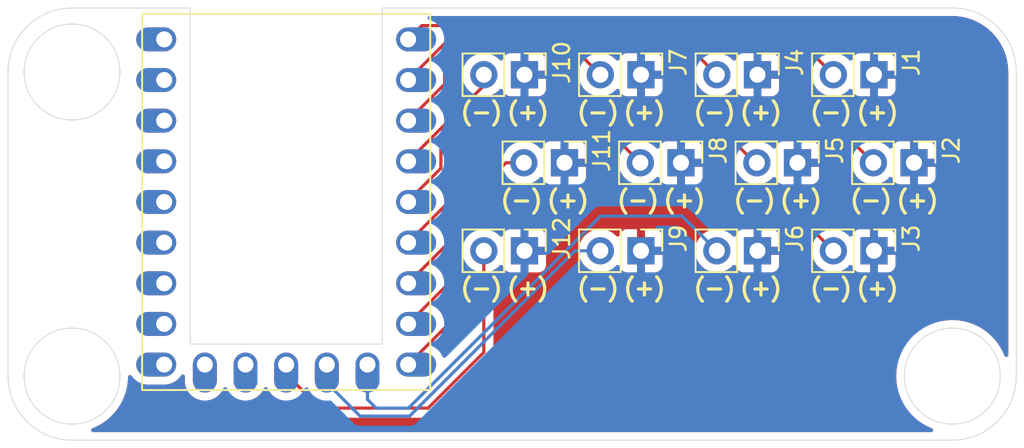
<source format=kicad_pcb>
(kicad_pcb (version 20240108) (generator "pcbnew") (generator_version "8.0")
  (layers (0 "F.Cu" signal) (31 "B.Cu" signal) (34 "B.Paste" user) (35 "F.Paste" user) (36 "B.SilkS" user "B.Silkscreen") (37 "F.SilkS" user "F.Silkscreen") (38 "B.Mask" user) (39 "F.Mask" user) (44 "Edge.Cuts" user))
  (net 0 "")
  (net 1 "I")
  (net 2 "GND")
  (net 3 "J")
  (net 4 "K")
  (net 5 "L")
  (net 6 "E")
  (net 7 "F")
  (net 8 "G")
  (net 9 "H")
  (net 10 "A")
  (net 11 "B")
  (net 12 "C")
  (net 13 "D")
  (footprint "FightPad_Library:PinHeader_1x02_P2.54mm_Vertical" (layer "F.Cu") (at 143.32 73.7625 -90)
    (property "Reference" "J6" (at 0.9 -6.6 90) (layer "F.SilkS"))
    (property "Value" "Conn_01x02_Socket" (hide yes))
    (fp_line (start 0.34 -0.4) (end 3 -0.4) (stroke (width 0.12)) (layer "F.SilkS"))
    (fp_line (start 0.34 -3) (end 0.34 -0.4) (stroke (width 0.12)) (layer "F.SilkS"))
    (fp_line (start 0.34 -3) (end 3 -3) (stroke (width 0.12)) (layer "F.SilkS"))
    (fp_line (start 3 -3) (end 3 -0.4) (stroke (width 0.12)) (layer "F.SilkS"))
    (fp_line (start 0.34 -4.27) (end 0.34 -5.6) (stroke (width 0.12)) (layer "F.SilkS"))
    (fp_line (start 0.34 -5.6) (end 1.67 -5.6) (stroke (width 0.12)) (layer "F.SilkS"))
    (fp_text user "(+)" (at 4.57 -3.07 0) (layer "F.SilkS") (effects (font (thickness 0.2) (bold yes)) (justify left bottom)))
    (fp_text user "(-)" (at 4.57 -0.17 0) (layer "F.SilkS") (effects (font (thickness 0.2) (bold yes)) (justify left bottom)))
    (pad "1" thru_hole rect (at 1.67 -4.27 270) (size 1.7 1.7) (drill 1) (layers "*.Cu" "*.Mask") (net 2 "GND"))
    (pad "2" thru_hole oval (at 1.67 -1.73 270) (size 1.7 1.7) (drill 1) (layers "*.Cu" "*.Mask") (net 3 "J"))
  )
  (footprint "FightPad_Library:rp2040-zero-tht" (layer "F.Cu") (at 118.14 72.3825)
    (property "Reference" "U1" (hide yes))
    (property "Value" "rp2040-zero" (hide yes))
    (fp_rect (start -9 -11.75) (end 9 11.75) (stroke (width 0.12)) (fill none) (layer "F.SilkS"))
    (pad "1" thru_hole oval (at 7.62 -10.16 180) (size 2.5 1.5) (drill 1 (offset -0.5 0)) (layers "*.Cu" "*.Mask") (net 10 "A"))
    (pad "2" thru_hole oval (at 7.62 -7.62 180) (size 2.5 1.5) (drill 1 (offset -0.5 0)) (layers "*.Cu" "*.Mask") (net 11 "B"))
    (pad "3" thru_hole oval (at 7.62 -5.08 180) (size 2.5 1.5) (drill 1 (offset -0.5 0)) (layers "*.Cu" "*.Mask") (net 12 "C"))
    (pad "4" thru_hole oval (at 7.62 -2.54 180) (size 2.5 1.5) (drill 1 (offset -0.5 0)) (layers "*.Cu" "*.Mask") (net 13 "D"))
    (pad "5" thru_hole oval (at 7.62 0 180) (size 2.5 1.5) (drill 1 (offset -0.5 0)) (layers "*.Cu" "*.Mask") (net 6 "E"))
    (pad "6" thru_hole oval (at 7.62 2.54 180) (size 2.5 1.5) (drill 1 (offset -0.5 0)) (layers "*.Cu" "*.Mask") (net 7 "F"))
    (pad "7" thru_hole oval (at 7.62 5.08 180) (size 2.5 1.5) (drill 1 (offset -0.5 0)) (layers "*.Cu" "*.Mask") (net 8 "G"))
    (pad "8" thru_hole oval (at 7.62 7.62 180) (size 2.5 1.5) (drill 1 (offset -0.5 0)) (layers "*.Cu" "*.Mask") (net 9 "H"))
    (pad "9" thru_hole oval (at 7.62 10.16 180) (size 2.5 1.5) (drill 1 (offset -0.5 0)) (layers "*.Cu" "*.Mask") (net 1 "I"))
    (pad "10" thru_hole oval (at 5.08 10.16 90) (size 2.5 1.5) (drill 1 (offset -0.5 0)) (layers "*.Cu" "*.Mask") (net 3 "J"))
    (pad "11" thru_hole oval (at 2.54 10.16 90) (size 2.5 1.5) (drill 1 (offset -0.5 0)) (layers "*.Cu" "*.Mask") (net 4 "K"))
    (pad "12" thru_hole oval (at 0 10.16 90) (size 2.5 1.5) (drill 1 (offset -0.5 0)) (layers "*.Cu" "*.Mask") (net 5 "L"))
    (pad "13" thru_hole oval (at -2.54 10.16 90) (size 2.5 1.5) (drill 1 (offset -0.5 0)) (layers "*.Cu" "*.Mask"))
    (pad "14" thru_hole oval (at -5.08 10.16 90) (size 2.5 1.5) (drill 1 (offset -0.5 0)) (layers "*.Cu" "*.Mask"))
    (pad "15" thru_hole oval (at -7.62 10.16) (size 2.5 1.5) (drill 1 (offset -0.5 0)) (layers "*.Cu" "*.Mask"))
    (pad "16" thru_hole oval (at -7.62 7.62) (size 2.5 1.5) (drill 1 (offset -0.5 0)) (layers "*.Cu" "*.Mask"))
    (pad "17" thru_hole oval (at -7.62 5.08) (size 2.5 1.5) (drill 1 (offset -0.5 0)) (layers "*.Cu" "*.Mask"))
    (pad "18" thru_hole oval (at -7.62 2.54) (size 2.5 1.5) (drill 1 (offset -0.5 0)) (layers "*.Cu" "*.Mask"))
    (pad "19" thru_hole oval (at -7.62 0) (size 2.5 1.5) (drill 1 (offset -0.5 0)) (layers "*.Cu" "*.Mask"))
    (pad "20" thru_hole oval (at -7.62 -2.54) (size 2.5 1.5) (drill 1 (offset -0.5 0)) (layers "*.Cu" "*.Mask"))
    (pad "21" thru_hole oval (at -7.62 -5.08) (size 2.5 1.5) (drill 1 (offset -0.5 0)) (layers "*.Cu" "*.Mask"))
    (pad "22" thru_hole oval (at -7.62 -7.62) (size 2.5 1.5) (drill 1 (offset -0.5 0)) (layers "*.Cu" "*.Mask"))
    (pad "23" thru_hole oval (at -7.62 -10.16) (size 2.5 1.5) (drill 1 (offset -0.5 0)) (layers "*.Cu" "*.Mask"))
  )
  (footprint "FightPad_Library:PinHeader_1x02_P2.54mm_Vertical" (layer "F.Cu") (at 150.6 62.7625 -90)
    (property "Reference" "J1" (at 0.9 -6.6 90) (layer "F.SilkS"))
    (property "Value" "Conn_01x02_Socket" (hide yes))
    (fp_line (start 0.34 -0.4) (end 3 -0.4) (stroke (width 0.12)) (layer "F.SilkS"))
    (fp_line (start 0.34 -3) (end 0.34 -0.4) (stroke (width 0.12)) (layer "F.SilkS"))
    (fp_line (start 0.34 -3) (end 3 -3) (stroke (width 0.12)) (layer "F.SilkS"))
    (fp_line (start 3 -3) (end 3 -0.4) (stroke (width 0.12)) (layer "F.SilkS"))
    (fp_line (start 0.34 -4.27) (end 0.34 -5.6) (stroke (width 0.12)) (layer "F.SilkS"))
    (fp_line (start 0.34 -5.6) (end 1.67 -5.6) (stroke (width 0.12)) (layer "F.SilkS"))
    (fp_text user "(-)" (at 4.57 -0.17 0) (layer "F.SilkS") (effects (font (thickness 0.2) (bold yes)) (justify left bottom)))
    (fp_text user "(+)" (at 4.57 -3.07 0) (layer "F.SilkS") (effects (font (thickness 0.2) (bold yes)) (justify left bottom)))
    (pad "1" thru_hole rect (at 1.67 -4.27 270) (size 1.7 1.7) (drill 1) (layers "*.Cu" "*.Mask") (net 2 "GND"))
    (pad "2" thru_hole oval (at 1.67 -1.73 270) (size 1.7 1.7) (drill 1) (layers "*.Cu" "*.Mask") (net 10 "A"))
  )
  (footprint "FightPad_Library:PinHeader_1x02_P2.54mm_Vertical" (layer "F.Cu") (at 143.32 62.7625 -90)
    (property "Reference" "J4" (at 0.9 -6.6 90) (layer "F.SilkS"))
    (property "Value" "Conn_01x02_Socket" (hide yes))
    (fp_line (start 0.34 -0.4) (end 3 -0.4) (stroke (width 0.12)) (layer "F.SilkS"))
    (fp_line (start 0.34 -3) (end 0.34 -0.4) (stroke (width 0.12)) (layer "F.SilkS"))
    (fp_line (start 0.34 -3) (end 3 -3) (stroke (width 0.12)) (layer "F.SilkS"))
    (fp_line (start 3 -3) (end 3 -0.4) (stroke (width 0.12)) (layer "F.SilkS"))
    (fp_line (start 0.34 -4.27) (end 0.34 -5.6) (stroke (width 0.12)) (layer "F.SilkS"))
    (fp_line (start 0.34 -5.6) (end 1.67 -5.6) (stroke (width 0.12)) (layer "F.SilkS"))
    (fp_text user "(-)" (at 4.57 -0.17 0) (layer "F.SilkS") (effects (font (thickness 0.2) (bold yes)) (justify left bottom)))
    (fp_text user "(+)" (at 4.57 -3.07 0) (layer "F.SilkS") (effects (font (thickness 0.2) (bold yes)) (justify left bottom)))
    (pad "1" thru_hole rect (at 1.67 -4.27 270) (size 1.7 1.7) (drill 1) (layers "*.Cu" "*.Mask") (net 2 "GND"))
    (pad "2" thru_hole oval (at 1.67 -1.73 270) (size 1.7 1.7) (drill 1) (layers "*.Cu" "*.Mask") (net 11 "B"))
  )
  (footprint "FightPad_Library:PinHeader_1x02_P2.54mm_Vertical" (layer "F.Cu") (at 136.04 73.7625 -90)
    (property "Reference" "J9" (at 0.9 -6.6 90) (layer "F.SilkS"))
    (property "Value" "Conn_01x02_Socket" (hide yes))
    (fp_line (start 0.34 -0.4) (end 3 -0.4) (stroke (width 0.12)) (layer "F.SilkS"))
    (fp_line (start 0.34 -3) (end 0.34 -0.4) (stroke (width 0.12)) (layer "F.SilkS"))
    (fp_line (start 0.34 -3) (end 3 -3) (stroke (width 0.12)) (layer "F.SilkS"))
    (fp_line (start 3 -3) (end 3 -0.4) (stroke (width 0.12)) (layer "F.SilkS"))
    (fp_line (start 0.34 -4.27) (end 0.34 -5.6) (stroke (width 0.12)) (layer "F.SilkS"))
    (fp_line (start 0.34 -5.6) (end 1.67 -5.6) (stroke (width 0.12)) (layer "F.SilkS"))
    (fp_text user "(-)" (at 4.57 -0.17 0) (layer "F.SilkS") (effects (font (thickness 0.2) (bold yes)) (justify left bottom)))
    (fp_text user "(+)" (at 4.57 -3.07 0) (layer "F.SilkS") (effects (font (thickness 0.2) (bold yes)) (justify left bottom)))
    (pad "1" thru_hole rect (at 1.67 -4.27 270) (size 1.7 1.7) (drill 1) (layers "*.Cu" "*.Mask") (net 2 "GND"))
    (pad "2" thru_hole oval (at 1.67 -1.73 270) (size 1.7 1.7) (drill 1) (layers "*.Cu" "*.Mask") (net 4 "K"))
  )
  (footprint "FightPad_Library:PinHeader_1x02_P2.54mm_Vertical" (layer "F.Cu") (at 153.1 68.2625 -90)
    (property "Reference" "J2" (at 0.9 -6.6 90) (layer "F.SilkS"))
    (property "Value" "Conn_01x02_Socket" (hide yes))
    (fp_line (start 0.34 -0.4) (end 3 -0.4) (stroke (width 0.12)) (layer "F.SilkS"))
    (fp_line (start 0.34 -3) (end 0.34 -0.4) (stroke (width 0.12)) (layer "F.SilkS"))
    (fp_line (start 0.34 -3) (end 3 -3) (stroke (width 0.12)) (layer "F.SilkS"))
    (fp_line (start 3 -3) (end 3 -0.4) (stroke (width 0.12)) (layer "F.SilkS"))
    (fp_line (start 0.34 -4.27) (end 0.34 -5.6) (stroke (width 0.12)) (layer "F.SilkS"))
    (fp_line (start 0.34 -5.6) (end 1.67 -5.6) (stroke (width 0.12)) (layer "F.SilkS"))
    (fp_text user "(-)" (at 4.57 -0.17 0) (layer "F.SilkS") (effects (font (thickness 0.2) (bold yes)) (justify left bottom)))
    (fp_text user "(+)" (at 4.57 -3.07 0) (layer "F.SilkS") (effects (font (thickness 0.2) (bold yes)) (justify left bottom)))
    (pad "1" thru_hole rect (at 1.67 -4.27 270) (size 1.7 1.7) (drill 1) (layers "*.Cu" "*.Mask") (net 2 "GND"))
    (pad "2" thru_hole oval (at 1.67 -1.73 270) (size 1.7 1.7) (drill 1) (layers "*.Cu" "*.Mask") (net 6 "E"))
  )
  (footprint "FightPad_Library:PinHeader_1x02_P2.54mm_Vertical" (layer "F.Cu") (at 128.76 73.7625 -90)
    (property "Reference" "J12" (at 0.9 -6.6 90) (layer "F.SilkS"))
    (property "Value" "Conn_01x02_Socket" (hide yes))
    (fp_line (start 0.34 -0.4) (end 3 -0.4) (stroke (width 0.12)) (layer "F.SilkS"))
    (fp_line (start 0.34 -3) (end 0.34 -0.4) (stroke (width 0.12)) (layer "F.SilkS"))
    (fp_line (start 0.34 -3) (end 3 -3) (stroke (width 0.12)) (layer "F.SilkS"))
    (fp_line (start 3 -3) (end 3 -0.4) (stroke (width 0.12)) (layer "F.SilkS"))
    (fp_line (start 0.34 -4.27) (end 0.34 -5.6) (stroke (width 0.12)) (layer "F.SilkS"))
    (fp_line (start 0.34 -5.6) (end 1.67 -5.6) (stroke (width 0.12)) (layer "F.SilkS"))
    (fp_text user "(+)" (at 4.57 -3.07 0) (layer "F.SilkS") (effects (font (thickness 0.2) (bold yes)) (justify left bottom)))
    (fp_text user "(-)" (at 4.57 -0.17 0) (layer "F.SilkS") (effects (font (thickness 0.2) (bold yes)) (justify left bottom)))
    (pad "1" thru_hole rect (at 1.67 -4.27 270) (size 1.7 1.7) (drill 1) (layers "*.Cu" "*.Mask") (net 2 "GND"))
    (pad "2" thru_hole oval (at 1.67 -1.73 270) (size 1.7 1.7) (drill 1) (layers "*.Cu" "*.Mask") (net 5 "L"))
  )
  (footprint "FightPad_Library:PinHeader_1x02_P2.54mm_Vertical" (layer "F.Cu") (at 145.82 68.2625 -90)
    (property "Reference" "J5" (at 0.9 -6.6 90) (layer "F.SilkS"))
    (property "Value" "Conn_01x02_Socket" (hide yes))
    (fp_line (start 0.34 -0.4) (end 3 -0.4) (stroke (width 0.12)) (layer "F.SilkS"))
    (fp_line (start 0.34 -3) (end 0.34 -0.4) (stroke (width 0.12)) (layer "F.SilkS"))
    (fp_line (start 0.34 -3) (end 3 -3) (stroke (width 0.12)) (layer "F.SilkS"))
    (fp_line (start 3 -3) (end 3 -0.4) (stroke (width 0.12)) (layer "F.SilkS"))
    (fp_line (start 0.34 -4.27) (end 0.34 -5.6) (stroke (width 0.12)) (layer "F.SilkS"))
    (fp_line (start 0.34 -5.6) (end 1.67 -5.6) (stroke (width 0.12)) (layer "F.SilkS"))
    (fp_text user "(+)" (at 4.57 -3.07 0) (layer "F.SilkS") (effects (font (thickness 0.2) (bold yes)) (justify left bottom)))
    (fp_text user "(-)" (at 4.57 -0.17 0) (layer "F.SilkS") (effects (font (thickness 0.2) (bold yes)) (justify left bottom)))
    (pad "1" thru_hole rect (at 1.67 -4.27 270) (size 1.7 1.7) (drill 1) (layers "*.Cu" "*.Mask") (net 2 "GND"))
    (pad "2" thru_hole oval (at 1.67 -1.73 270) (size 1.7 1.7) (drill 1) (layers "*.Cu" "*.Mask") (net 7 "F"))
  )
  (footprint "FightPad_Library:PinHeader_1x02_P2.54mm_Vertical" (layer "F.Cu") (at 131.26 68.2625 -90)
    (property "Reference" "J11" (at 0.9 -6.6 90) (layer "F.SilkS"))
    (property "Value" "Conn_01x02_Socket" (hide yes))
    (fp_line (start 0.34 -0.4) (end 3 -0.4) (stroke (width 0.12)) (layer "F.SilkS"))
    (fp_line (start 0.34 -3) (end 0.34 -0.4) (stroke (width 0.12)) (layer "F.SilkS"))
    (fp_line (start 0.34 -3) (end 3 -3) (stroke (width 0.12)) (layer "F.SilkS"))
    (fp_line (start 3 -3) (end 3 -0.4) (stroke (width 0.12)) (layer "F.SilkS"))
    (fp_line (start 0.34 -4.27) (end 0.34 -5.6) (stroke (width 0.12)) (layer "F.SilkS"))
    (fp_line (start 0.34 -5.6) (end 1.67 -5.6) (stroke (width 0.12)) (layer "F.SilkS"))
    (fp_text user "(+)" (at 4.57 -3.07 0) (layer "F.SilkS") (effects (font (thickness 0.2) (bold yes)) (justify left bottom)))
    (fp_text user "(-)" (at 4.57 -0.17 0) (layer "F.SilkS") (effects (font (thickness 0.2) (bold yes)) (justify left bottom)))
    (pad "1" thru_hole rect (at 1.67 -4.27 270) (size 1.7 1.7) (drill 1) (layers "*.Cu" "*.Mask") (net 2 "GND"))
    (pad "2" thru_hole oval (at 1.67 -1.73 270) (size 1.7 1.7) (drill 1) (layers "*.Cu" "*.Mask") (net 9 "H"))
  )
  (footprint "FightPad_Library:PinHeader_1x02_P2.54mm_Vertical" (layer "F.Cu") (at 150.6 73.7625 -90)
    (property "Reference" "J3" (at 0.9 -6.6 90) (layer "F.SilkS"))
    (property "Value" "Conn_01x02_Socket" (hide yes))
    (fp_line (start 0.34 -0.4) (end 3 -0.4) (stroke (width 0.12)) (layer "F.SilkS"))
    (fp_line (start 0.34 -3) (end 0.34 -0.4) (stroke (width 0.12)) (layer "F.SilkS"))
    (fp_line (start 0.34 -3) (end 3 -3) (stroke (width 0.12)) (layer "F.SilkS"))
    (fp_line (start 3 -3) (end 3 -0.4) (stroke (width 0.12)) (layer "F.SilkS"))
    (fp_line (start 0.34 -4.27) (end 0.34 -5.6) (stroke (width 0.12)) (layer "F.SilkS"))
    (fp_line (start 0.34 -5.6) (end 1.67 -5.6) (stroke (width 0.12)) (layer "F.SilkS"))
    (fp_text user "(+)" (at 4.57 -3.07 0) (layer "F.SilkS") (effects (font (thickness 0.2) (bold yes)) (justify left bottom)))
    (fp_text user "(-)" (at 4.57 -0.17 0) (layer "F.SilkS") (effects (font (thickness 0.2) (bold yes)) (justify left bottom)))
    (pad "1" thru_hole rect (at 1.67 -4.27 270) (size 1.7 1.7) (drill 1) (layers "*.Cu" "*.Mask") (net 2 "GND"))
    (pad "2" thru_hole oval (at 1.67 -1.73 270) (size 1.7 1.7) (drill 1) (layers "*.Cu" "*.Mask") (net 1 "I"))
  )
  (footprint "FightPad_Library:PinHeader_1x02_P2.54mm_Vertical" (layer "F.Cu") (at 138.54 68.2625 -90)
    (property "Reference" "J8" (at 0.9 -6.6 90) (layer "F.SilkS"))
    (property "Value" "Conn_01x02_Socket" (hide yes))
    (fp_line (start 0.34 -0.4) (end 3 -0.4) (stroke (width 0.12)) (layer "F.SilkS"))
    (fp_line (start 0.34 -3) (end 0.34 -0.4) (stroke (width 0.12)) (layer "F.SilkS"))
    (fp_line (start 0.34 -3) (end 3 -3) (stroke (width 0.12)) (layer "F.SilkS"))
    (fp_line (start 3 -3) (end 3 -0.4) (stroke (width 0.12)) (layer "F.SilkS"))
    (fp_line (start 0.34 -4.27) (end 0.34 -5.6) (stroke (width 0.12)) (layer "F.SilkS"))
    (fp_line (start 0.34 -5.6) (end 1.67 -5.6) (stroke (width 0.12)) (layer "F.SilkS"))
    (fp_text user "(-)" (at 4.57 -0.17 0) (layer "F.SilkS") (effects (font (thickness 0.2) (bold yes)) (justify left bottom)))
    (fp_text user "(+)" (at 4.57 -3.07 0) (layer "F.SilkS") (effects (font (thickness 0.2) (bold yes)) (justify left bottom)))
    (pad "1" thru_hole rect (at 1.67 -4.27 270) (size 1.7 1.7) (drill 1) (layers "*.Cu" "*.Mask") (net 2 "GND"))
    (pad "2" thru_hole oval (at 1.67 -1.73 270) (size 1.7 1.7) (drill 1) (layers "*.Cu" "*.Mask") (net 8 "G"))
  )
  (footprint "FightPad_Library:PinHeader_1x02_P2.54mm_Vertical" (layer "F.Cu") (at 136.04 62.7625 -90)
    (property "Reference" "J7" (at 0.9 -6.6 90) (layer "F.SilkS"))
    (property "Value" "Conn_01x02_Socket" (hide yes))
    (fp_line (start 0.34 -0.4) (end 3 -0.4) (stroke (width 0.12)) (layer "F.SilkS"))
    (fp_line (start 0.34 -3) (end 0.34 -0.4) (stroke (width 0.12)) (layer "F.SilkS"))
    (fp_line (start 0.34 -3) (end 3 -3) (stroke (width 0.12)) (layer "F.SilkS"))
    (fp_line (start 3 -3) (end 3 -0.4) (stroke (width 0.12)) (layer "F.SilkS"))
    (fp_line (start 0.34 -4.27) (end 0.34 -5.6) (stroke (width 0.12)) (layer "F.SilkS"))
    (fp_line (start 0.34 -5.6) (end 1.67 -5.6) (stroke (width 0.12)) (layer "F.SilkS"))
    (fp_text user "(-)" (at 4.57 -0.17 0) (layer "F.SilkS") (effects (font (thickness 0.2) (bold yes)) (justify left bottom)))
    (fp_text user "(+)" (at 4.57 -3.07 0) (layer "F.SilkS") (effects (font (thickness 0.2) (bold yes)) (justify left bottom)))
    (pad "1" thru_hole rect (at 1.67 -4.27 270) (size 1.7 1.7) (drill 1) (layers "*.Cu" "*.Mask") (net 2 "GND"))
    (pad "2" thru_hole oval (at 1.67 -1.73 270) (size 1.7 1.7) (drill 1) (layers "*.Cu" "*.Mask") (net 12 "C"))
  )
  (footprint "FightPad_Library:PinHeader_1x02_P2.54mm_Vertical" (layer "F.Cu") (at 128.76 62.7625 -90)
    (property "Reference" "J10" (at 0.9 -6.6 90) (layer "F.SilkS"))
    (property "Value" "Conn_01x02_Socket" (hide yes))
    (fp_line (start 0.34 -0.4) (end 3 -0.4) (stroke (width 0.12)) (layer "F.SilkS"))
    (fp_line (start 0.34 -3) (end 0.34 -0.4) (stroke (width 0.12)) (layer "F.SilkS"))
    (fp_line (start 0.34 -3) (end 3 -3) (stroke (width 0.12)) (layer "F.SilkS"))
    (fp_line (start 3 -3) (end 3 -0.4) (stroke (width 0.12)) (layer "F.SilkS"))
    (fp_line (start 0.34 -4.27) (end 0.34 -5.6) (stroke (width 0.12)) (layer "F.SilkS"))
    (fp_line (start 0.34 -5.6) (end 1.67 -5.6) (stroke (width 0.12)) (layer "F.SilkS"))
    (fp_text user "(-)" (at 4.57 -0.17 0) (layer "F.SilkS") (effects (font (thickness 0.2) (bold yes)) (justify left bottom)))
    (fp_text user "(+)" (at 4.57 -3.07 0) (layer "F.SilkS") (effects (font (thickness 0.2) (bold yes)) (justify left bottom)))
    (pad "1" thru_hole rect (at 1.67 -4.27 270) (size 1.7 1.7) (drill 1) (layers "*.Cu" "*.Mask") (net 2 "GND"))
    (pad "2" thru_hole oval (at 1.67 -1.73 270) (size 1.7 1.7) (drill 1) (layers "*.Cu" "*.Mask") (net 13 "D"))
  )
  (gr_arc (start 159.76 60.2625) (mid 162.588427 61.434073) (end 163.76 64.2625) (stroke (width 0.05)) (layer "Edge.Cuts"))
  (gr_arc (start 163.76 83.2625) (mid 162.588427 86.090927) (end 159.76 87.2625) (stroke (width 0.05)) (layer "Edge.Cuts"))
  (gr_line (start 100.76 83.2625) (end 100.76 64.2625) (stroke (width 0.05)) (layer "Edge.Cuts"))
  (gr_line (start 112.14 81.2625) (end 112.14 60.2625) (stroke (width 0.05)) (layer "Edge.Cuts"))
  (gr_line (start 124.14 81.2625) (end 124.14 60.2625) (stroke (width 0.05)) (layer "Edge.Cuts"))
  (gr_circle (center 104.76 64.2625) (end 101.76 64.2625) (stroke (width 0.05)) (fill none) (layer "Edge.Cuts"))
  (gr_arc (start 100.76 64.2625) (mid 101.931573 61.434073) (end 104.76 60.2625) (stroke (width 0.05)) (layer "Edge.Cuts"))
  (gr_line (start 112.14 60.2625) (end 104.76 60.2625) (stroke (width 0.05)) (layer "Edge.Cuts"))
  (gr_line (start 124.14 81.2625) (end 112.14 81.2625) (stroke (width 0.05)) (layer "Edge.Cuts"))
  (gr_arc (start 104.76 87.2625) (mid 101.931573 86.090927) (end 100.76 83.2625) (stroke (width 0.05)) (layer "Edge.Cuts"))
  (gr_circle (center 104.76 83.2625) (end 101.76 83.2625) (stroke (width 0.05)) (fill none) (layer "Edge.Cuts"))
  (gr_line (start 124.14 60.2625) (end 159.76 60.2625) (stroke (width 0.05)) (layer "Edge.Cuts"))
  (gr_circle (center 159.76 83.2625) (end 156.76 83.2625) (stroke (width 0.05)) (fill none) (layer "Edge.Cuts"))
  (gr_line (start 163.76 64.2625) (end 163.76 83.2625) (stroke (width 0.05)) (layer "Edge.Cuts"))
  (gr_line (start 159.76 87.2625) (end 104.76 87.2625) (stroke (width 0.05)) (layer "Edge.Cuts"))
  (segment (start 130.617058 71.7625) (end 148.66 71.7625) (width 0.2) (layer "F.Cu") (net 1))
  (segment (start 129.06 79.2425) (end 129.06 73.319558) (width 0.2) (layer "F.Cu") (net 1))
  (segment (start 148.66 71.7625) (end 152.33 75.4325) (width 0.2) (layer "F.Cu") (net 1))
  (segment (start 129.06 73.319558) (end 130.617058 71.7625) (width 0.2) (layer "F.Cu") (net 1))
  (segment (start 125.76 82.5425) (end 129.06 79.2425) (width 0.2) (layer "F.Cu") (net 1))
  (segment (start 123.22 82.5425) (end 123.22 84.7225) (width 0.2) (layer "B.Cu") (net 3))
  (segment (start 125.786827 85.2625) (end 137.786827 73.2625) (width 0.2) (layer "B.Cu") (net 3))
  (segment (start 123.76 85.2625) (end 125.786827 85.2625) (width 0.2) (layer "B.Cu") (net 3))
  (segment (start 123.22 84.7225) (end 123.76 85.2625) (width 0.2) (layer "B.Cu") (net 3))
  (segment (start 142.88 73.2625) (end 145.05 75.4325) (width 0.2) (layer "B.Cu") (net 3))
  (segment (start 137.786827 73.2625) (end 142.88 73.2625) (width 0.2) (layer "B.Cu") (net 3))
  (segment (start 136.182513 75.4325) (end 137.77 75.4325) (width 0.2) (layer "B.Cu") (net 4))
  (segment (start 122.76 85.7625) (end 125.852513 85.7625) (width 0.2) (layer "B.Cu") (net 4))
  (segment (start 125.852513 85.7625) (end 136.182513 75.4325) (width 0.2) (layer "B.Cu") (net 4))
  (segment (start 120.68 83.6825) (end 122.76 85.7625) (width 0.2) (layer "B.Cu") (net 4))
  (segment (start 120.68 82.5425) (end 120.68 83.6825) (width 0.2) (layer "B.Cu") (net 4))
  (segment (start 130.49 81.7825) (end 130.49 75.4325) (width 0.2) (layer "F.Cu") (net 5))
  (segment (start 127.01 85.2625) (end 130.49 81.7825) (width 0.2) (layer "F.Cu") (net 5))
  (segment (start 120.26 85.2625) (end 127.01 85.2625) (width 0.2) (layer "F.Cu") (net 5))
  (segment (start 118.14 83.1425) (end 120.26 85.2625) (width 0.2) (layer "F.Cu") (net 5))
  (segment (start 118.14 82.5425) (end 118.14 83.1425) (width 0.2) (layer "F.Cu") (net 5))
  (segment (start 125.76 72.3825) (end 125.76 72.327424) (width 0.2) (layer "F.Cu") (net 6))
  (segment (start 127.81 68.358186) (end 129.405686 66.7625) (width 0.2) (layer "F.Cu") (net 6))
  (segment (start 151.66 66.7625) (end 154.83 69.9325) (width 0.2) (layer "F.Cu") (net 6))
  (segment (start 129.405686 66.7625) (end 151.66 66.7625) (width 0.2) (layer "F.Cu") (net 6))
  (segment (start 127.81 70.277424) (end 127.81 68.358186) (width 0.2) (layer "F.Cu") (net 6))
  (segment (start 125.76 72.327424) (end 127.81 70.277424) (width 0.2) (layer "F.Cu") (net 6))
  (segment (start 128.26 72.4225) (end 128.26 68.473872) (width 0.2) (layer "F.Cu") (net 7))
  (segment (start 125.76 74.9225) (end 128.26 72.4225) (width 0.2) (layer "F.Cu") (net 7))
  (segment (start 128.26 68.473872) (end 129.571372 67.1625) (width 0.2) (layer "F.Cu") (net 7))
  (segment (start 147.43 69.9325) (end 147.55 69.9325) (width 0.2) (layer "F.Cu") (net 7))
  (segment (start 129.571372 67.1625) (end 144.66 67.1625) (width 0.2) (layer "F.Cu") (net 7))
  (segment (start 144.66 67.1625) (end 147.43 69.9325) (width 0.2) (layer "F.Cu") (net 7))
  (segment (start 128.66 68.8625) (end 129.96 67.5625) (width 0.2) (layer "F.Cu") (net 8))
  (segment (start 137.9 67.5625) (end 140.27 69.9325) (width 0.2) (layer "F.Cu") (net 8))
  (segment (start 128.26 74.9625) (end 128.26 72.988186) (width 0.2) (layer "F.Cu") (net 8))
  (segment (start 128.66 72.588186) (end 128.66 68.8625) (width 0.2) (layer "F.Cu") (net 8))
  (segment (start 129.96 67.5625) (end 137.9 67.5625) (width 0.2) (layer "F.Cu") (net 8))
  (segment (start 125.76 77.4625) (end 128.26 74.9625) (width 0.2) (layer "F.Cu") (net 8))
  (segment (start 128.26 72.988186) (end 128.66 72.588186) (width 0.2) (layer "F.Cu") (net 8))
  (segment (start 128.66 73.153872) (end 131.881372 69.9325) (width 0.2) (layer "F.Cu") (net 9))
  (segment (start 128.66 77.1025) (end 128.66 73.153872) (width 0.2) (layer "F.Cu") (net 9))
  (segment (start 125.76 80.0025) (end 128.66 77.1025) (width 0.2) (layer "F.Cu") (net 9))
  (segment (start 131.881372 69.9325) (end 132.99 69.9325) (width 0.2) (layer "F.Cu") (net 9))
  (segment (start 125.76 62.2225) (end 126.62 61.3625) (width 0.2) (layer "F.Cu") (net 10))
  (segment (start 149.26 61.3625) (end 152.33 64.4325) (width 0.2) (layer "F.Cu") (net 10))
  (segment (start 126.62 61.3625) (end 149.26 61.3625) (width 0.2) (layer "F.Cu") (net 10))
  (segment (start 128.76 61.7625) (end 142.38 61.7625) (width 0.2) (layer "F.Cu") (net 11))
  (segment (start 142.38 61.7625) (end 145.05 64.4325) (width 0.2) (layer "F.Cu") (net 11))
  (segment (start 125.76 64.7625) (end 128.76 61.7625) (width 0.2) (layer "F.Cu") (net 11))
  (segment (start 128.925686 62.1625) (end 135.5 62.1625) (width 0.2) (layer "F.Cu") (net 12))
  (segment (start 128.042843 63.045343) (end 128.925686 62.1625) (width 0.2) (layer "F.Cu") (net 12))
  (segment (start 135.5 62.1625) (end 137.77 64.4325) (width 0.2) (layer "F.Cu") (net 12))
  (segment (start 128.042843 65.019657) (end 128.042843 63.045343) (width 0.2) (layer "F.Cu") (net 12))
  (segment (start 125.76 67.3025) (end 128.042843 65.019657) (width 0.2) (layer "F.Cu") (net 12))
  (segment (start 130.49 65.1125) (end 130.49 64.4325) (width 0.2) (layer "F.Cu") (net 13))
  (segment (start 125.76 69.8425) (end 130.49 65.1125) (width 0.2) (layer "F.Cu") (net 13))
  (zone (net 2) (net_name "GND") (layers "F&B.Cu") (connect_pads (clearance 0.5)) (min_thickness 0.25) (fill yes (thermal_gap 0.5) (thermal_bridge_width 0.5))
    (polygon (pts (xy 164.26 59.7625) (xy 100.26 59.7625) (xy 100.26 87.7625) (xy 164.26 87.7625)))
  )
)
</source>
